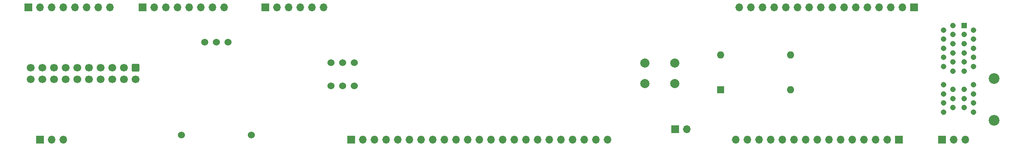
<source format=gbr>
%TF.GenerationSoftware,KiCad,Pcbnew,(6.0.0-0)*%
%TF.CreationDate,2022-02-16T17:51:06-05:00*%
%TF.ProjectId,cpu-input-output-control,6370752d-696e-4707-9574-2d6f75747075,rev?*%
%TF.SameCoordinates,Original*%
%TF.FileFunction,Soldermask,Bot*%
%TF.FilePolarity,Negative*%
%FSLAX46Y46*%
G04 Gerber Fmt 4.6, Leading zero omitted, Abs format (unit mm)*
G04 Created by KiCad (PCBNEW (6.0.0-0)) date 2022-02-16 17:51:06*
%MOMM*%
%LPD*%
G01*
G04 APERTURE LIST*
G04 Aperture macros list*
%AMRoundRect*
0 Rectangle with rounded corners*
0 $1 Rounding radius*
0 $2 $3 $4 $5 $6 $7 $8 $9 X,Y pos of 4 corners*
0 Add a 4 corners polygon primitive as box body*
4,1,4,$2,$3,$4,$5,$6,$7,$8,$9,$2,$3,0*
0 Add four circle primitives for the rounded corners*
1,1,$1+$1,$2,$3*
1,1,$1+$1,$4,$5*
1,1,$1+$1,$6,$7*
1,1,$1+$1,$8,$9*
0 Add four rect primitives between the rounded corners*
20,1,$1+$1,$2,$3,$4,$5,0*
20,1,$1+$1,$4,$5,$6,$7,0*
20,1,$1+$1,$6,$7,$8,$9,0*
20,1,$1+$1,$8,$9,$2,$3,0*%
G04 Aperture macros list end*
%ADD10C,1.524000*%
%ADD11R,1.700000X1.700000*%
%ADD12O,1.700000X1.700000*%
%ADD13C,2.000000*%
%ADD14R,1.600000X1.600000*%
%ADD15O,1.600000X1.600000*%
%ADD16RoundRect,0.250000X-0.600000X0.600000X-0.600000X-0.600000X0.600000X-0.600000X0.600000X0.600000X0*%
%ADD17C,1.700000*%
%ADD18C,2.350000*%
%ADD19R,1.208000X1.208000*%
%ADD20C,1.208000*%
G04 APERTURE END LIST*
D10*
%TO.C,U4*%
X84441000Y-75676000D03*
X89521000Y-75676000D03*
X79361000Y-95996000D03*
X94601000Y-95996000D03*
X86981000Y-75676000D03*
%TD*%
D11*
%TO.C,J4*%
X186944000Y-94742000D03*
D12*
X189484000Y-94742000D03*
%TD*%
D13*
%TO.C,SW1*%
X186892000Y-80300000D03*
X180392000Y-80300000D03*
X186892000Y-84800000D03*
X180392000Y-84800000D03*
%TD*%
D14*
%TO.C,Y1*%
X196845000Y-86081000D03*
D15*
X212085000Y-86081000D03*
X212085000Y-78461000D03*
X196845000Y-78461000D03*
%TD*%
D16*
%TO.C,J3*%
X69342000Y-81280000D03*
D17*
X69342000Y-83820000D03*
X66802000Y-81280000D03*
X66802000Y-83820000D03*
X64262000Y-81280000D03*
X64262000Y-83820000D03*
X61722000Y-81280000D03*
X61722000Y-83820000D03*
X59182000Y-81280000D03*
X59182000Y-83820000D03*
X56642000Y-81280000D03*
X56642000Y-83820000D03*
X54102000Y-81280000D03*
X54102000Y-83820000D03*
X51562000Y-81280000D03*
X51562000Y-83820000D03*
X49022000Y-81280000D03*
X49022000Y-83820000D03*
X46482000Y-81280000D03*
X46482000Y-83820000D03*
%TD*%
D18*
%TO.C,J21*%
X256504000Y-83684000D03*
X256504000Y-92834000D03*
D19*
X250004000Y-72034000D03*
D20*
X252004000Y-73034000D03*
X250004000Y-74034000D03*
X252004000Y-75034000D03*
X250004000Y-76034000D03*
X252004000Y-77034000D03*
X250004000Y-78034000D03*
X252004000Y-79034000D03*
X250004000Y-80034000D03*
X252004000Y-81034000D03*
X250004000Y-82034000D03*
X252004000Y-85034000D03*
X250004000Y-86034000D03*
X252004000Y-87034000D03*
X250004000Y-88034000D03*
X252004000Y-89034000D03*
X250004000Y-90034000D03*
X252004000Y-91034000D03*
X247504000Y-72034000D03*
X245504000Y-73034000D03*
X247504000Y-74034000D03*
X245504000Y-75034000D03*
X247504000Y-76034000D03*
X245504000Y-77034000D03*
X247504000Y-78034000D03*
X245504000Y-79034000D03*
X247504000Y-80034000D03*
X245504000Y-81034000D03*
X247504000Y-82034000D03*
X245504000Y-85034000D03*
X247504000Y-86034000D03*
X245504000Y-87034000D03*
X247504000Y-88034000D03*
X245504000Y-89034000D03*
X247504000Y-90034000D03*
X245504000Y-91034000D03*
%TD*%
D10*
%TO.C,SW2*%
X114542000Y-80204000D03*
X112002000Y-80204000D03*
X117082000Y-80204000D03*
X112002000Y-85284000D03*
X117082000Y-85284000D03*
X114542000Y-85284000D03*
%TD*%
D11*
%TO.C,J16*%
X45989000Y-68072000D03*
D12*
X48529000Y-68072000D03*
X51069000Y-68072000D03*
X53609000Y-68072000D03*
X56149000Y-68072000D03*
X58689000Y-68072000D03*
X61229000Y-68072000D03*
X63769000Y-68072000D03*
%TD*%
D11*
%TO.C,J8*%
X245110000Y-97028000D03*
D12*
X247650000Y-97028000D03*
X250190000Y-97028000D03*
%TD*%
D11*
%TO.C,J5*%
X235702000Y-97028000D03*
D12*
X233162000Y-97028000D03*
X230622000Y-97028000D03*
X228082000Y-97028000D03*
X225542000Y-97028000D03*
X223002000Y-97028000D03*
X220462000Y-97028000D03*
X217922000Y-97028000D03*
X215382000Y-97028000D03*
X212842000Y-97028000D03*
X210302000Y-97028000D03*
X207762000Y-97028000D03*
X205222000Y-97028000D03*
X202682000Y-97028000D03*
X200142000Y-97028000D03*
%TD*%
D11*
%TO.C,J11*%
X70866000Y-68072000D03*
D12*
X73406000Y-68072000D03*
X75946000Y-68072000D03*
X78486000Y-68072000D03*
X81026000Y-68072000D03*
X83566000Y-68072000D03*
X86106000Y-68072000D03*
X88646000Y-68072000D03*
%TD*%
D11*
%TO.C,J2*%
X116337000Y-97028000D03*
D12*
X118877000Y-97028000D03*
X121417000Y-97028000D03*
X123957000Y-97028000D03*
X126497000Y-97028000D03*
X129037000Y-97028000D03*
X131577000Y-97028000D03*
X134117000Y-97028000D03*
X136657000Y-97028000D03*
X139197000Y-97028000D03*
X141737000Y-97028000D03*
X144277000Y-97028000D03*
X146817000Y-97028000D03*
X149357000Y-97028000D03*
X151897000Y-97028000D03*
X154437000Y-97028000D03*
X156977000Y-97028000D03*
X159517000Y-97028000D03*
X162057000Y-97028000D03*
X164597000Y-97028000D03*
X167137000Y-97028000D03*
X169677000Y-97028000D03*
X172217000Y-97028000D03*
%TD*%
D11*
%TO.C,J6*%
X239014000Y-68060000D03*
D12*
X236474000Y-68060000D03*
X233934000Y-68060000D03*
X231394000Y-68060000D03*
X228854000Y-68060000D03*
X226314000Y-68060000D03*
X223774000Y-68060000D03*
X221234000Y-68060000D03*
X218694000Y-68060000D03*
X216154000Y-68060000D03*
X213614000Y-68060000D03*
X211074000Y-68060000D03*
X208534000Y-68060000D03*
X205994000Y-68060000D03*
X203454000Y-68060000D03*
X200914000Y-68060000D03*
%TD*%
D11*
%TO.C,J1*%
X97660000Y-68050000D03*
D12*
X100200000Y-68050000D03*
X102740000Y-68050000D03*
X105280000Y-68050000D03*
X107820000Y-68050000D03*
X110360000Y-68050000D03*
%TD*%
D11*
%TO.C,J7*%
X48514000Y-97028000D03*
D12*
X51054000Y-97028000D03*
X53594000Y-97028000D03*
%TD*%
M02*

</source>
